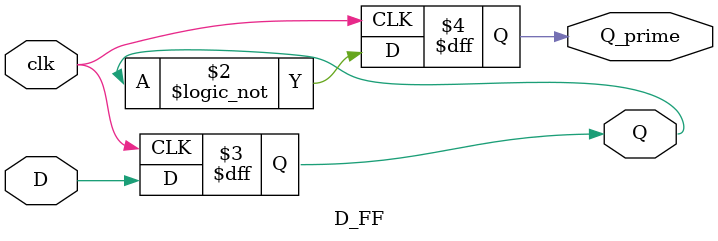
<source format=v>
module D_FF(clk, D, Q, Q_prime);

	input clk,D;
	output reg 	Q,Q_prime;
	
	always @(posedge clk)
	
	begin
	Q <= D;
	Q_prime <= !Q;
	end
	
endmodule 
</source>
